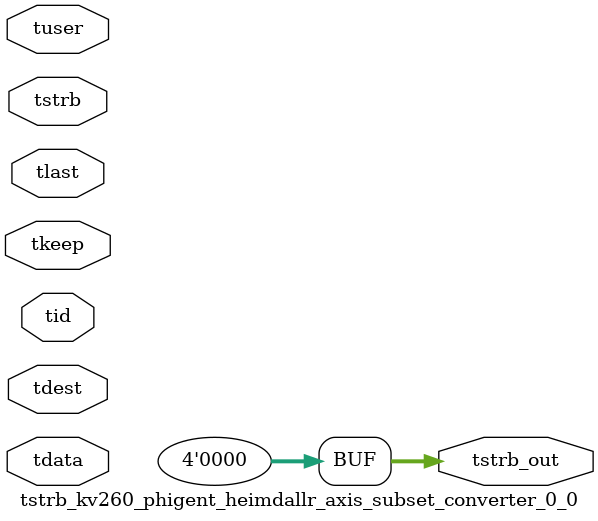
<source format=v>


`timescale 1ps/1ps

module tstrb_kv260_phigent_heimdallr_axis_subset_converter_0_0 #
(
parameter C_S_AXIS_TDATA_WIDTH = 32,
parameter C_S_AXIS_TUSER_WIDTH = 0,
parameter C_S_AXIS_TID_WIDTH   = 0,
parameter C_S_AXIS_TDEST_WIDTH = 0,
parameter C_M_AXIS_TDATA_WIDTH = 32
)
(
input  [(C_S_AXIS_TDATA_WIDTH == 0 ? 1 : C_S_AXIS_TDATA_WIDTH)-1:0     ] tdata,
input  [(C_S_AXIS_TUSER_WIDTH == 0 ? 1 : C_S_AXIS_TUSER_WIDTH)-1:0     ] tuser,
input  [(C_S_AXIS_TID_WIDTH   == 0 ? 1 : C_S_AXIS_TID_WIDTH)-1:0       ] tid,
input  [(C_S_AXIS_TDEST_WIDTH == 0 ? 1 : C_S_AXIS_TDEST_WIDTH)-1:0     ] tdest,
input  [(C_S_AXIS_TDATA_WIDTH/8)-1:0 ] tkeep,
input  [(C_S_AXIS_TDATA_WIDTH/8)-1:0 ] tstrb,
input                                                                    tlast,
output [(C_M_AXIS_TDATA_WIDTH/8)-1:0 ] tstrb_out
);

assign tstrb_out = {1'b0};

endmodule


</source>
